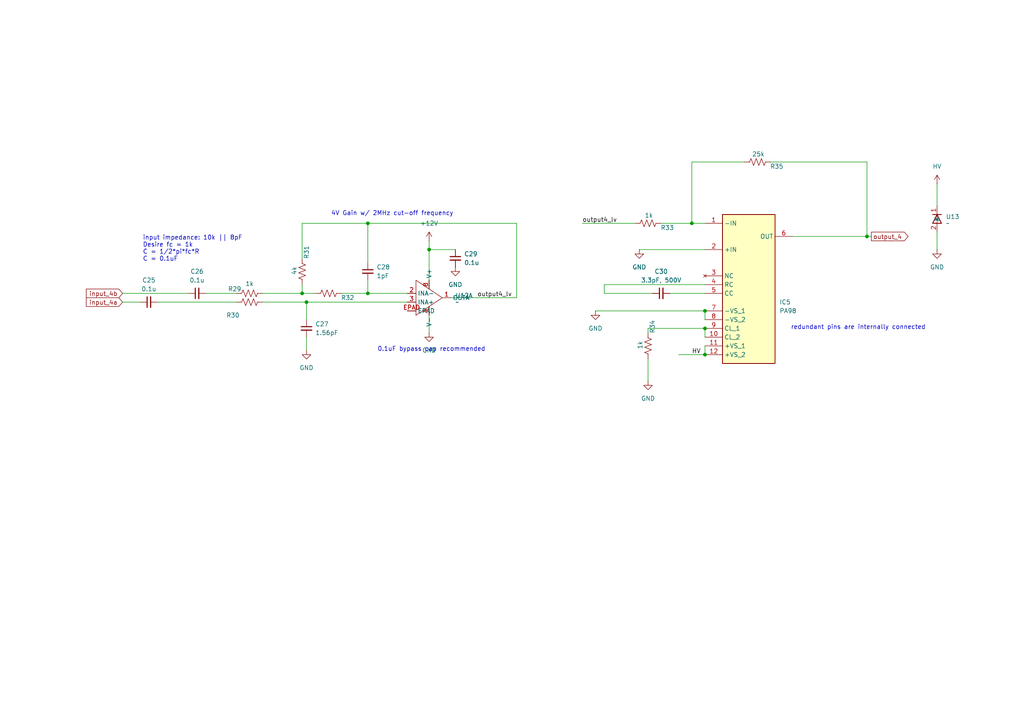
<source format=kicad_sch>
(kicad_sch (version 20231120) (generator "eeschema") (generator_version "8.0")
  (paper "A4")
  (lib_symbols
    (symbol "Device:C_Small" (pin_numbers hide) (pin_names (offset 0.254) hide)
      (property "Reference" "C" (at 0.254 1.778 0))
      (property "Value" "C_Small" (at 0.254 -2.032 0))
      (symbol "C_Small_0_1"
        (polyline (pts (xy -1.524 -0.508) (xy 1.524 -0.508)) (stroke (width 0.3302)))
        (polyline (pts (xy -1.524 0.508) (xy 1.524 0.508)) (stroke (width 0.3048)))
      )
      (symbol "C_Small_1_1"
        (pin passive line (at 0 2.54 270) (length 2.032) (name "~") (number "1"))
        (pin passive line (at 0 -2.54 90) (length 2.032) (name "~") (number "2"))
      )
    )
    (symbol "Device:R_US" (pin_numbers hide) (pin_names (offset 0))
      (property "Reference" "R" (at 2.54 0 90))
      (property "Value" "R_US" (at -2.54 0 90))
      (symbol "R_US_0_1"
        (polyline (pts (xy 0 -2.286) (xy 0 -2.54)))
        (polyline (pts (xy 0 2.286) (xy 0 2.54)))
        (polyline (pts (xy 0 -0.762) (xy 1.016 -1.143) (xy 0 -1.524) (xy -1.016 -1.905) (xy 0 -2.286)))
        (polyline (pts (xy 0 0.762) (xy 1.016 0.381) (xy 0 0) (xy -1.016 -0.381) (xy 0 -0.762)))
        (polyline (pts (xy 0 2.286) (xy 1.016 1.905) (xy 0 1.524) (xy -1.016 1.143) (xy 0 0.762)))
      )
      (symbol "R_US_1_1"
        (pin passive line (at 0 3.81 270) (length 1.27) (name "~") (number "1"))
        (pin passive line (at 0 -3.81 90) (length 1.27) (name "~") (number "2"))
      )
    )
    (symbol "_PHASE:OPA221A_2UNITS"
      (property "Reference" "U" (at -1.016 -1.524 0))
      (symbol "OPA221A_2UNITS_1_1"
        (polyline (pts (xy 0 0) (xy 0 10.16) (xy 7.62 5.08) (xy 0 0)))
        (pin input line (at 7.62 5.08 0) (length 2.54) (name "OUTA") (number "1"))
        (pin input line (at -2.54 6.35 0) (length 2.54) (name "INA-") (number "2"))
        (pin input line (at -2.54 3.81 0) (length 2.54) (name "INA+") (number "3"))
        (pin power_in line (at 3.81 2.54 270) (length 2.54) (name "V-") (number "4"))
        (pin power_in line (at 3.81 7.62 90) (length 2.54) (name "V+") (number "8"))
        (pin power_in line (at -2.54 1.27 0) (length 2.54) (name "EPAD") (number "EPAD"))
      )
      (symbol "OPA221A_2UNITS_2_1"
        (polyline (pts (xy 0 0) (xy 0 10.16) (xy 7.62 5.08) (xy 0 0)))
        (pin input line (at -2.54 3.81 0) (length 2.54) (name "INB+") (number "5"))
        (pin input line (at -2.54 6.35 0) (length 2.54) (name "INB-") (number "6"))
        (pin input line (at 7.62 5.08 0) (length 2.54) (name "OUTB") (number "7"))
      )
    )
    (symbol "_PHASE:PA98"
      (property "Reference" "IC" (at 21.59 -5.08 0))
      (property "Value" "PA98" (at 21.59 -7.62 0))
      (symbol "PA98_1_1"
        (rectangle (start 5.08 12.7) (end 20.32 -30.48) (stroke (width 0.254)) (fill (type background)))
        (pin passive line (at 0 10.16 0) (length 5.08) (name "-IN") (number "1"))
        (pin passive line (at 0 -22.86 0) (length 5.08) (name "CL_2") (number "10"))
        (pin passive line (at 0 -25.4 0) (length 5.08) (name "+VS_1") (number "11"))
        (pin passive line (at 0 -27.94 0) (length 5.08) (name "+VS_2") (number "12"))
        (pin passive line (at 0 2.54 0) (length 5.08) (name "+IN") (number "2"))
        (pin no_connect line (at 0 -5.08 0) (length 5.08) (name "NC") (number "3"))
        (pin passive line (at 0 -7.62 0) (length 5.08) (name "RC") (number "4"))
        (pin passive line (at 0 -10.16 0) (length 5.08) (name "CC") (number "5"))
        (pin passive line (at 25.4 6.35 180) (length 5.08) (name "OUT") (number "6"))
        (pin passive line (at 0 -15.24 0) (length 5.08) (name "-VS_1") (number "7"))
        (pin passive line (at 0 -17.78 0) (length 5.08) (name "-VS_2") (number "8"))
        (pin passive line (at 0 -20.32 0) (length 5.08) (name "CL_1") (number "9"))
      )
    )
    (symbol "_PHASE:SMCJ150A-13-F"
      (property "Reference" "U" (at 0 0 0))
      (symbol "SMCJ150A-13-F_0_1"
        (polyline (pts (xy 1.27 3.81) (xy 1.27 1.27)) (stroke (width 0.254)))
        (polyline (pts (xy 3.81 2.54) (xy 1.27 2.54)))
        (polyline (pts (xy 3.81 3.81) (xy 3.81 1.27) (xy 1.27 2.54) (xy 3.81 3.81)) (stroke (width 0.254)))
      )
      (symbol "SMCJ150A-13-F_1_1"
        (pin passive line (at -1.27 2.54 0) (length 2.54) (name "K") (number "1"))
        (pin passive line (at 6.35 2.54 180) (length 2.54) (name "A") (number "2"))
      )
    )
    (symbol "power:+12V" (power) (pin_numbers hide) (pin_names (offset 0) hide)
      (property "Value" "+12V" (at 0 3.556 0))
      (symbol "+12V_0_1"
        (polyline (pts (xy -0.762 1.27) (xy 0 2.54)))
        (polyline (pts (xy 0 0) (xy 0 2.54)))
        (polyline (pts (xy 0 2.54) (xy 0.762 1.27)))
      )
      (symbol "+12V_1_1"
        (pin power_in line (at 0 0 90) (length 0) (name "~") (number "1"))
      )
    )
    (symbol "power:GND" (power) (pin_numbers hide) (pin_names (offset 0) hide)
      (property "Value" "GND" (at 0 -3.81 0))
      (symbol "GND_0_1"
        (polyline (pts (xy 0 0) (xy 0 -1.27) (xy 1.27 -1.27) (xy 0 -2.54) (xy -1.27 -1.27) (xy 0 -1.27)))
      )
      (symbol "GND_1_1"
        (pin power_in line (at 0 0 270) (length 0) (name "~") (number "1"))
      )
    )
  )
  (junction (at 204.47 95.25))
  (junction (at 124.46 72.39))
  (junction (at 204.47 90.17))
  (junction (at 251.46 68.58))
  (junction (at 87.63 85.09))
  (junction (at 106.68 64.77))
  (junction (at 204.47 102.87))
  (junction (at 88.9 87.63))
  (junction (at 200.66 64.77))
  (junction (at 106.68 85.09))
  (wire (pts (xy 200.66 46.99) (xy 200.66 64.77)))
  (wire (pts (xy 88.9 87.63) (xy 118.11 87.63)))
  (wire (pts (xy 88.9 87.63) (xy 88.9 92.71)))
  (wire (pts (xy 87.63 85.09) (xy 91.44 85.09)))
  (wire (pts (xy 35.56 85.09) (xy 54.61 85.09)))
  (wire (pts (xy 87.63 64.77) (xy 87.63 74.93)))
  (wire (pts (xy 175.26 82.55) (xy 204.47 82.55)))
  (wire (pts (xy 76.2 87.63) (xy 88.9 87.63)))
  (wire (pts (xy 194.31 85.09) (xy 204.47 85.09)))
  (wire (pts (xy 175.26 85.09) (xy 175.26 82.55)))
  (wire (pts (xy 124.46 72.39) (xy 124.46 69.85)))
  (wire (pts (xy 149.86 64.77) (xy 149.86 86.36)))
  (wire (pts (xy 124.46 72.39) (xy 132.08 72.39)))
  (wire (pts (xy 118.11 85.09) (xy 106.68 85.09)))
  (wire (pts (xy 271.78 53.34) (xy 271.78 59.69)))
  (wire (pts (xy 251.46 68.58) (xy 252.73 68.58)))
  (wire (pts (xy 204.47 90.17) (xy 204.47 92.71)))
  (wire (pts (xy 106.68 64.77) (xy 149.86 64.77)))
  (wire (pts (xy 172.72 90.17) (xy 204.47 90.17)))
  (wire (pts (xy 168.91 64.77) (xy 184.15 64.77)))
  (wire (pts (xy 187.96 95.25) (xy 187.96 96.52)))
  (wire (pts (xy 204.47 95.25) (xy 204.47 97.79)))
  (wire (pts (xy 106.68 64.77) (xy 106.68 76.2)))
  (wire (pts (xy 45.72 87.63) (xy 68.58 87.63)))
  (wire (pts (xy 251.46 68.58) (xy 251.46 46.99)))
  (wire (pts (xy 223.52 46.99) (xy 251.46 46.99)))
  (wire (pts (xy 215.9 46.99) (xy 200.66 46.99)))
  (wire (pts (xy 229.87 68.58) (xy 251.46 68.58)))
  (wire (pts (xy 271.78 67.31) (xy 271.78 72.39)))
  (wire (pts (xy 106.68 81.28) (xy 106.68 85.09)))
  (wire (pts (xy 59.69 85.09) (xy 68.58 85.09)))
  (wire (pts (xy 187.96 104.14) (xy 187.96 110.49)))
  (wire (pts (xy 196.85 102.87) (xy 204.47 102.87)))
  (wire (pts (xy 204.47 100.33) (xy 204.47 102.87)))
  (wire (pts (xy 200.66 64.77) (xy 204.47 64.77)))
  (wire (pts (xy 106.68 85.09) (xy 99.06 85.09)))
  (wire (pts (xy 76.2 85.09) (xy 87.63 85.09)))
  (wire (pts (xy 204.47 95.25) (xy 187.96 95.25)))
  (wire (pts (xy 87.63 64.77) (xy 106.68 64.77)))
  (wire (pts (xy 191.77 64.77) (xy 200.66 64.77)))
  (wire (pts (xy 124.46 88.9) (xy 124.46 96.52)))
  (wire (pts (xy 189.23 85.09) (xy 175.26 85.09)))
  (wire (pts (xy 87.63 82.55) (xy 87.63 85.09)))
  (wire (pts (xy 185.42 72.39) (xy 204.47 72.39)))
  (wire (pts (xy 124.46 83.82) (xy 124.46 72.39)))
  (wire (pts (xy 128.27 86.36) (xy 149.86 86.36)))
  (wire (pts (xy 88.9 97.79) (xy 88.9 101.6)))
  (wire (pts (xy 35.56 87.63) (xy 40.64 87.63)))
  (text "redundant pins are internally connected" (at 229.362 94.996 0) (effects (font (size 1.27 1.27)) (justify left)))
  (text "0.1uF bypass cap recommended\n" (at 109.474 101.346 0) (effects (font (size 1.27 1.27)) (justify left)))
  (text "4V Gain w/ 2MHz cut-off frequency" (at 96.012 61.976 0) (effects (font (size 1.27 1.27)) (justify left)))
  (text "input impedance: 10k || 8pF\nDesire fc = 1k\nC = 1/2*pi*fc*R\nC = 0.1uF" (at 41.402 72.136 0) (effects (font (size 1.27 1.27)) (justify left)))
  (label "HV" (at 200.66 102.87 0))
  (label "output4_lv" (at 138.43 86.36 0))
  (label "output4_lv" (at 168.91 64.77 0))
  (global_label "output_4" (shape output) (at 252.73 68.58 0) (property "Intersheetrefs" "${INTERSHEET_REFS}" (effects (hide yes))))
  (global_label "input_4b" (shape input) (at 35.56 85.09 180) (property "Intersheetrefs" "${INTERSHEET_REFS}" (effects (hide yes))))
  (global_label "input_4a" (shape input) (at 35.56 87.63 180) (property "Intersheetrefs" "${INTERSHEET_REFS}" (effects (hide yes))))
  (symbol (lib_id "Device:R_US") (at 219.71 46.99 270) (unit 1)
    (property "Reference" "R35" (at 225.298 48.26 90))
    (property "Value" "25k" (at 219.964 44.704 90))
    (property "Footprint" "Resistor_SMD:R_0603_1608Metric" (effects (hide yes)))
    (property "Description" "Resistor, US symbol" (effects (hide yes)))
  )
  (symbol (lib_id "Device:R_US") (at 95.25 85.09 270) (unit 1)
    (property "Reference" "R32" (at 100.838 86.36 90))
    (property "Value" "R_US" (effects (hide yes)))
    (property "Footprint" "Resistor_SMD:R_0603_1608Metric" (effects (hide yes)))
    (property "Description" "Resistor, US symbol" (effects (hide yes)))
  )
  (symbol (lib_id "Device:R_US") (at 72.39 85.09 270) (unit 1)
    (property "Reference" "R29" (at 68.072 83.82 90))
    (property "Value" "1k" (at 72.39 82.296 90))
    (property "Footprint" "Resistor_SMD:R_0603_1608Metric" (effects (hide yes)))
    (property "Description" "Resistor, US symbol" (effects (hide yes)))
  )
  (symbol (lib_id "_PHASE:SMCJ150A-13-F") (at 269.24 60.96 270) (unit 1)
    (property "Reference" "U13" (at 274.32 62.8649 90) (effects (justify left)))
    (property "Value" "~" (at 274.32 64.77 90) (effects (justify left)))
    (property "Footprint" "726_footprints:SMCJ150A-13-F" (effects (hide yes)))
  )
  (symbol (lib_id "power:GND") (at 132.08 77.47 0) (unit 1)
    (property "Reference" "#PWR057" (effects (hide yes)))
    (property "Value" "GND" (at 132.08 82.55 0))
    (property "Description" "Power symbol creates a global label with name \"GND\" , ground" (effects (hide yes)))
  )
  (symbol (lib_id "power:GND") (at 187.96 110.49 0) (unit 1)
    (property "Reference" "#PWR031" (effects (hide yes)))
    (property "Value" "GND" (at 187.96 115.57 0))
    (property "Description" "Power symbol creates a global label with name \"GND\" , ground" (effects (hide yes)))
  )
  (symbol (lib_id "power:GND") (at 88.9 101.6 0) (unit 1)
    (property "Reference" "#PWR058" (effects (hide yes)))
    (property "Value" "GND" (at 88.9 106.68 0))
    (property "Description" "Power symbol creates a global label with name \"GND\" , ground" (effects (hide yes)))
  )
  (symbol (lib_id "Device:C_Small") (at 191.77 85.09 90) (unit 1)
    (property "Reference" "C30" (at 191.7763 78.74 90))
    (property "Value" "3.3pF, 500V" (at 191.7763 81.28 90))
    (property "Footprint" "Capacitor_SMD:C_0805_2012Metric" (effects (hide yes)))
    (property "Description" "Unpolarized capacitor, small symbol" (effects (hide yes)))
  )
  (symbol (lib_id "Device:R_US") (at 187.96 64.77 270) (unit 1)
    (property "Reference" "R33" (at 193.548 66.04 90))
    (property "Value" "1k" (at 188.214 62.484 90))
    (property "Footprint" "Resistor_SMD:R_0603_1608Metric" (effects (hide yes)))
    (property "Description" "Resistor, US symbol" (effects (hide yes)))
  )
  (symbol (lib_id "Device:C_Small") (at 132.08 74.93 0) (unit 1)
    (property "Reference" "C29" (at 134.62 73.6662 0) (effects (justify left)))
    (property "Value" "0.1u" (at 134.62 76.2062 0) (effects (justify left)))
    (property "Footprint" "Capacitor_SMD:C_0603_1608Metric" (effects (hide yes)))
    (property "Description" "Unpolarized capacitor, small symbol" (effects (hide yes)))
  )
  (symbol (lib_id "power:+12V") (at 124.46 69.85 0) (unit 1)
    (property "Reference" "#PWR018" (effects (hide yes)))
    (property "Value" "+12V" (at 124.46 64.77 0))
    (property "Description" "Power symbol creates a global label with name \"+12V\"" (effects (hide yes)))
  )
  (symbol (lib_id "_PHASE:PA98") (at 204.47 74.93 0) (unit 1)
    (property "Reference" "IC5" (at 226.06 87.6299 0) (effects (justify left)))
    (property "Value" "PA98" (at 226.06 90.1699 0) (effects (justify left)))
    (property "Footprint" "726_footprints:PA98" (effects (hide yes)))
    (property "Datasheet" "https://www.apexanalog.com/resources/products/pa98u.pdf" (effects (hide yes)))
    (property "Description" "The PA98 is a 450V power operational amplifier with a very high 1,000V/s slew rate targeted at high voltage applications including instrumentation, piezoelectric transducers and electrostatic transducers and deflection. Output voltages can swing up to +/-215V on dual supplies, and up to +440V single supply. This MOSFET power amplifier also features a very high 30 kHz of power bandwidth and is designed for output currents up to 200mA.  The PA98A is the A grade version that provides enhanced performance in the" (effects (hide yes)))
    (property "Height" "22.73" (effects (hide yes)))
    (property "Mouser Part Number" "137-PA98" (effects (hide yes)))
    (property "Mouser Price/Stock" "https://www.mouser.co.uk/ProductDetail/Apex-Microtechnology/PA98?qs=TiOZkKH1s2TTpVjzmo9Xsg%3D%3D" (effects (hide yes)))
    (property "Manufacturer_Name" "Apex Microtechnology" (effects (hide yes)))
    (property "Manufacturer_Part_Number" "PA98" (effects (hide yes)))
  )
  (symbol (lib_id "power:+12V") (at 271.78 53.34 0) (unit 1)
    (property "Reference" "#PWR019" (effects (hide yes)))
    (property "Value" "HV" (at 271.78 48.26 0))
    (property "Description" "Power symbol creates a global label with name \"+12V\"" (effects (hide yes)))
  )
  (symbol (lib_id "power:GND") (at 185.42 72.39 0) (unit 1)
    (property "Reference" "#PWR054" (effects (hide yes)))
    (property "Value" "GND" (at 185.42 77.47 0))
    (property "Description" "Power symbol creates a global label with name \"GND\" , ground" (effects (hide yes)))
  )
  (symbol (lib_id "Device:R_US") (at 72.39 87.63 270) (unit 1)
    (property "Reference" "R30" (at 67.564 91.44 90))
    (property "Value" "R_US" (effects (hide yes)))
    (property "Footprint" "Resistor_SMD:R_0603_1608Metric" (effects (hide yes)))
    (property "Description" "Resistor, US symbol" (effects (hide yes)))
  )
  (symbol (lib_id "Device:C_Small") (at 43.18 87.63 90) (unit 1)
    (property "Reference" "C25" (at 43.1863 81.28 90))
    (property "Value" "0.1u" (at 43.1863 83.82 90))
    (property "Footprint" "Capacitor_SMD:C_0603_1608Metric" (effects (hide yes)))
    (property "Description" "Unpolarized capacitor, small symbol" (effects (hide yes)))
  )
  (symbol (lib_id "power:GND") (at 124.46 96.52 0) (unit 1)
    (property "Reference" "#PWR059" (effects (hide yes)))
    (property "Value" "GND" (at 124.46 101.6 0))
    (property "Description" "Power symbol creates a global label with name \"GND\" , ground" (effects (hide yes)))
  )
  (symbol (lib_id "_PHASE:OPA221A_2UNITS") (at 120.65 91.44 0) (unit 1)
    (property "Reference" "U12" (at 132.08 85.7249 0) (effects (justify left)))
    (property "Value" "~" (at 132.08 87.63 0) (effects (justify left)))
    (property "Footprint" "726_footprints:OPA2211AIDDAR_L" (effects (hide yes)))
  )
  (symbol (lib_id "power:GND") (at 172.72 90.17 0) (unit 1)
    (property "Reference" "#PWR055" (effects (hide yes)))
    (property "Value" "GND" (at 172.72 95.25 0))
    (property "Description" "Power symbol creates a global label with name \"GND\" , ground" (effects (hide yes)))
  )
  (symbol (lib_id "Device:C_Small") (at 88.9 95.25 0) (unit 1)
    (property "Reference" "C27" (at 91.44 93.9862 0) (effects (justify left)))
    (property "Value" "1.56pF" (at 91.44 96.5262 0) (effects (justify left)))
    (property "Footprint" "Capacitor_SMD:C_0603_1608Metric" (effects (hide yes)))
    (property "Description" "Unpolarized capacitor, small symbol" (effects (hide yes)))
  )
  (symbol (lib_id "power:GND") (at 271.78 72.39 0) (unit 1)
    (property "Reference" "#PWR056" (effects (hide yes)))
    (property "Value" "GND" (at 271.78 77.47 0))
    (property "Description" "Power symbol creates a global label with name \"GND\" , ground" (effects (hide yes)))
  )
  (symbol (lib_id "Device:C_Small") (at 57.15 85.09 90) (unit 1)
    (property "Reference" "C26" (at 57.1563 78.74 90))
    (property "Value" "0.1u" (at 57.1563 81.28 90))
    (property "Footprint" "Capacitor_SMD:C_0603_1608Metric" (effects (hide yes)))
    (property "Description" "Unpolarized capacitor, small symbol" (effects (hide yes)))
  )
  (symbol (lib_id "Device:R_US") (at 187.96 100.33 0) (unit 1)
    (property "Reference" "R34" (at 189.23 94.742 90))
    (property "Value" "1k" (at 185.674 100.076 90))
    (property "Footprint" "Resistor_SMD:R_0603_1608Metric" (effects (hide yes)))
    (property "Description" "Resistor, US symbol" (effects (hide yes)))
  )
  (symbol (lib_id "Device:R_US") (at 87.63 78.74 0) (unit 1)
    (property "Reference" "R31" (at 88.9 73.152 90))
    (property "Value" "4k" (at 85.344 78.486 90))
    (property "Footprint" "Resistor_SMD:R_0603_1608Metric" (effects (hide yes)))
    (property "Description" "Resistor, US symbol" (effects (hide yes)))
  )
  (symbol (lib_id "Device:C_Small") (at 106.68 78.74 0) (unit 1)
    (property "Reference" "C28" (at 109.22 77.4762 0) (effects (justify left)))
    (property "Value" "1pF" (at 109.22 80.0162 0) (effects (justify left)))
    (property "Footprint" "Capacitor_SMD:C_0603_1608Metric" (effects (hide yes)))
    (property "Description" "Unpolarized capacitor, small symbol" (effects (hide yes)))
  )
)
</source>
